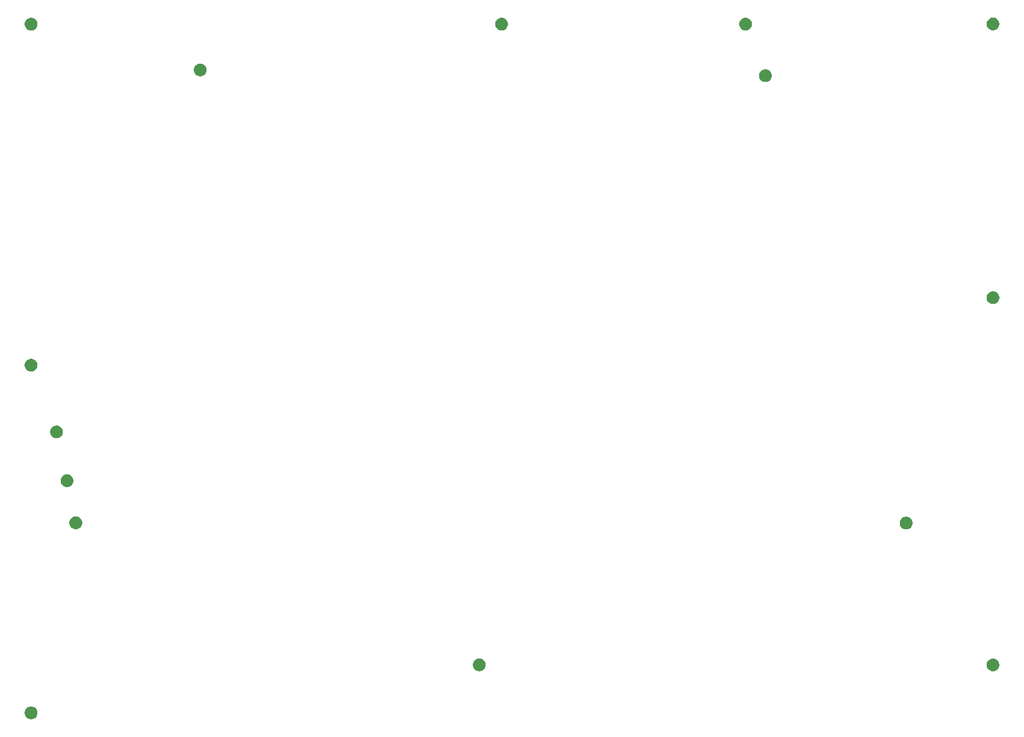
<source format=gts>
G04 #@! TF.GenerationSoftware,KiCad,Pcbnew,(5.1.5-0-10_14)*
G04 #@! TF.CreationDate,2020-05-14T05:20:06+09:00*
G04 #@! TF.ProjectId,R-top-v2,522d746f-702d-4763-922e-6b696361645f,rev?*
G04 #@! TF.SameCoordinates,Original*
G04 #@! TF.FileFunction,Soldermask,Top*
G04 #@! TF.FilePolarity,Negative*
%FSLAX46Y46*%
G04 Gerber Fmt 4.6, Leading zero omitted, Abs format (unit mm)*
G04 Created by KiCad (PCBNEW (5.1.5-0-10_14)) date 2020-05-14 05:20:06*
%MOMM*%
%LPD*%
G04 APERTURE LIST*
%ADD10C,0.100000*%
G04 APERTURE END LIST*
D10*
G36*
X64294794Y-155410155D02*
G01*
X64401150Y-155431311D01*
X64501334Y-155472809D01*
X64601520Y-155514307D01*
X64781844Y-155634795D01*
X64935205Y-155788156D01*
X65055693Y-155968480D01*
X65138689Y-156168851D01*
X65181000Y-156381560D01*
X65181000Y-156598440D01*
X65138689Y-156811149D01*
X65055693Y-157011520D01*
X64935205Y-157191844D01*
X64781844Y-157345205D01*
X64601520Y-157465693D01*
X64401150Y-157548689D01*
X64294795Y-157569844D01*
X64188440Y-157591000D01*
X63971560Y-157591000D01*
X63865205Y-157569844D01*
X63758850Y-157548689D01*
X63558480Y-157465693D01*
X63378156Y-157345205D01*
X63224795Y-157191844D01*
X63104307Y-157011520D01*
X63021311Y-156811149D01*
X62979000Y-156598440D01*
X62979000Y-156381560D01*
X63021311Y-156168851D01*
X63104307Y-155968480D01*
X63224795Y-155788156D01*
X63378156Y-155634795D01*
X63558480Y-155514307D01*
X63658666Y-155472809D01*
X63758850Y-155431311D01*
X63865206Y-155410155D01*
X63971560Y-155389000D01*
X64188440Y-155389000D01*
X64294794Y-155410155D01*
G37*
G36*
X230364794Y-147130155D02*
G01*
X230471150Y-147151311D01*
X230571334Y-147192809D01*
X230671520Y-147234307D01*
X230851844Y-147354795D01*
X231005205Y-147508156D01*
X231125693Y-147688480D01*
X231125693Y-147688481D01*
X231204547Y-147878850D01*
X231208689Y-147888851D01*
X231251000Y-148101560D01*
X231251000Y-148318440D01*
X231208689Y-148531149D01*
X231125693Y-148731520D01*
X231005205Y-148911844D01*
X230851844Y-149065205D01*
X230671520Y-149185693D01*
X230471150Y-149268689D01*
X230364795Y-149289844D01*
X230258440Y-149311000D01*
X230041560Y-149311000D01*
X229935205Y-149289844D01*
X229828850Y-149268689D01*
X229628480Y-149185693D01*
X229448156Y-149065205D01*
X229294795Y-148911844D01*
X229174307Y-148731520D01*
X229091311Y-148531149D01*
X229049000Y-148318440D01*
X229049000Y-148101560D01*
X229091311Y-147888851D01*
X229095454Y-147878850D01*
X229174307Y-147688481D01*
X229174307Y-147688480D01*
X229294795Y-147508156D01*
X229448156Y-147354795D01*
X229628480Y-147234307D01*
X229728666Y-147192809D01*
X229828850Y-147151311D01*
X229935206Y-147130155D01*
X230041560Y-147109000D01*
X230258440Y-147109000D01*
X230364794Y-147130155D01*
G37*
G36*
X141664794Y-147120155D02*
G01*
X141771150Y-147141311D01*
X141971520Y-147224307D01*
X142151844Y-147344795D01*
X142305205Y-147498156D01*
X142425693Y-147678480D01*
X142508689Y-147878850D01*
X142551000Y-148091561D01*
X142551000Y-148308439D01*
X142508689Y-148521150D01*
X142425693Y-148721520D01*
X142305205Y-148901844D01*
X142151844Y-149055205D01*
X141971520Y-149175693D01*
X141871334Y-149217191D01*
X141771150Y-149258689D01*
X141664795Y-149279844D01*
X141558440Y-149301000D01*
X141341560Y-149301000D01*
X141235205Y-149279844D01*
X141128850Y-149258689D01*
X141028666Y-149217191D01*
X140928480Y-149175693D01*
X140748156Y-149055205D01*
X140594795Y-148901844D01*
X140474307Y-148721520D01*
X140432809Y-148621334D01*
X140391311Y-148521150D01*
X140349000Y-148308439D01*
X140349000Y-148091561D01*
X140391311Y-147878850D01*
X140474307Y-147678480D01*
X140594795Y-147498156D01*
X140748156Y-147344795D01*
X140928480Y-147224307D01*
X141128850Y-147141311D01*
X141235206Y-147120155D01*
X141341560Y-147099000D01*
X141558440Y-147099000D01*
X141664794Y-147120155D01*
G37*
G36*
X215354795Y-122630156D02*
G01*
X215461150Y-122651311D01*
X215540809Y-122684307D01*
X215661520Y-122734307D01*
X215841844Y-122854795D01*
X215995205Y-123008156D01*
X216115693Y-123188480D01*
X216115693Y-123188481D01*
X216177979Y-123338851D01*
X216198689Y-123388851D01*
X216241000Y-123601560D01*
X216241000Y-123818440D01*
X216198689Y-124031149D01*
X216115693Y-124231520D01*
X215995205Y-124411844D01*
X215841844Y-124565205D01*
X215661520Y-124685693D01*
X215581860Y-124718689D01*
X215461150Y-124768689D01*
X215354794Y-124789845D01*
X215248440Y-124811000D01*
X215031560Y-124811000D01*
X214925206Y-124789845D01*
X214818850Y-124768689D01*
X214698140Y-124718689D01*
X214618480Y-124685693D01*
X214438156Y-124565205D01*
X214284795Y-124411844D01*
X214164307Y-124231520D01*
X214081311Y-124031149D01*
X214039000Y-123818440D01*
X214039000Y-123601560D01*
X214081311Y-123388851D01*
X214102022Y-123338851D01*
X214164307Y-123188481D01*
X214164307Y-123188480D01*
X214284795Y-123008156D01*
X214438156Y-122854795D01*
X214618480Y-122734307D01*
X214739191Y-122684307D01*
X214818850Y-122651311D01*
X214925205Y-122630156D01*
X215031560Y-122609000D01*
X215248440Y-122609000D01*
X215354795Y-122630156D01*
G37*
G36*
X72004794Y-122580155D02*
G01*
X72111150Y-122601311D01*
X72311520Y-122684307D01*
X72491844Y-122804795D01*
X72645205Y-122958156D01*
X72765693Y-123138480D01*
X72786404Y-123188481D01*
X72848689Y-123338850D01*
X72891000Y-123551561D01*
X72891000Y-123768439D01*
X72848689Y-123981150D01*
X72827978Y-124031150D01*
X72765693Y-124181520D01*
X72645205Y-124361844D01*
X72491844Y-124515205D01*
X72311520Y-124635693D01*
X72211334Y-124677191D01*
X72111150Y-124718689D01*
X72004795Y-124739844D01*
X71898440Y-124761000D01*
X71681560Y-124761000D01*
X71575205Y-124739844D01*
X71468850Y-124718689D01*
X71368666Y-124677191D01*
X71268480Y-124635693D01*
X71088156Y-124515205D01*
X70934795Y-124361844D01*
X70814307Y-124181520D01*
X70752022Y-124031150D01*
X70731311Y-123981150D01*
X70689000Y-123768439D01*
X70689000Y-123551561D01*
X70731311Y-123338850D01*
X70793596Y-123188481D01*
X70814307Y-123138480D01*
X70934795Y-122958156D01*
X71088156Y-122804795D01*
X71268480Y-122684307D01*
X71468850Y-122601311D01*
X71575206Y-122580155D01*
X71681560Y-122559000D01*
X71898440Y-122559000D01*
X72004794Y-122580155D01*
G37*
G36*
X70494795Y-115310156D02*
G01*
X70601150Y-115331311D01*
X70801520Y-115414307D01*
X70981844Y-115534795D01*
X71135205Y-115688156D01*
X71255693Y-115868480D01*
X71338689Y-116068851D01*
X71381000Y-116281560D01*
X71381000Y-116498440D01*
X71338689Y-116711149D01*
X71255693Y-116911520D01*
X71135205Y-117091844D01*
X70981844Y-117245205D01*
X70801520Y-117365693D01*
X70701334Y-117407191D01*
X70601150Y-117448689D01*
X70494794Y-117469845D01*
X70388440Y-117491000D01*
X70171560Y-117491000D01*
X70065206Y-117469845D01*
X69958850Y-117448689D01*
X69858666Y-117407191D01*
X69758480Y-117365693D01*
X69578156Y-117245205D01*
X69424795Y-117091844D01*
X69304307Y-116911520D01*
X69221311Y-116711149D01*
X69179000Y-116498440D01*
X69179000Y-116281560D01*
X69221311Y-116068851D01*
X69304307Y-115868480D01*
X69424795Y-115688156D01*
X69578156Y-115534795D01*
X69758480Y-115414307D01*
X69958850Y-115331311D01*
X70065205Y-115310156D01*
X70171560Y-115289000D01*
X70388440Y-115289000D01*
X70494795Y-115310156D01*
G37*
G36*
X68664795Y-106880156D02*
G01*
X68771150Y-106901311D01*
X68871334Y-106942809D01*
X68971520Y-106984307D01*
X69151844Y-107104795D01*
X69305205Y-107258156D01*
X69425693Y-107438480D01*
X69508689Y-107638851D01*
X69551000Y-107851560D01*
X69551000Y-108068440D01*
X69508689Y-108281149D01*
X69425693Y-108481520D01*
X69305205Y-108661844D01*
X69151844Y-108815205D01*
X68971520Y-108935693D01*
X68771150Y-109018689D01*
X68664795Y-109039844D01*
X68558440Y-109061000D01*
X68341560Y-109061000D01*
X68235205Y-109039844D01*
X68128850Y-109018689D01*
X67928480Y-108935693D01*
X67748156Y-108815205D01*
X67594795Y-108661844D01*
X67474307Y-108481520D01*
X67391311Y-108281149D01*
X67349000Y-108068440D01*
X67349000Y-107851560D01*
X67391311Y-107638851D01*
X67474307Y-107438480D01*
X67594795Y-107258156D01*
X67748156Y-107104795D01*
X67928480Y-106984307D01*
X68028666Y-106942809D01*
X68128850Y-106901311D01*
X68235205Y-106880156D01*
X68341560Y-106859000D01*
X68558440Y-106859000D01*
X68664795Y-106880156D01*
G37*
G36*
X64284794Y-95350155D02*
G01*
X64391150Y-95371311D01*
X64591520Y-95454307D01*
X64771844Y-95574795D01*
X64925205Y-95728156D01*
X65045693Y-95908480D01*
X65128689Y-96108851D01*
X65171000Y-96321560D01*
X65171000Y-96538440D01*
X65128689Y-96751149D01*
X65045693Y-96951520D01*
X64925205Y-97131844D01*
X64771844Y-97285205D01*
X64591520Y-97405693D01*
X64491334Y-97447191D01*
X64391150Y-97488689D01*
X64284795Y-97509844D01*
X64178440Y-97531000D01*
X63961560Y-97531000D01*
X63855205Y-97509844D01*
X63748850Y-97488689D01*
X63648666Y-97447191D01*
X63548480Y-97405693D01*
X63368156Y-97285205D01*
X63214795Y-97131844D01*
X63094307Y-96951520D01*
X63011311Y-96751149D01*
X62969000Y-96538440D01*
X62969000Y-96321560D01*
X63011311Y-96108851D01*
X63094307Y-95908480D01*
X63214795Y-95728156D01*
X63368156Y-95574795D01*
X63548480Y-95454307D01*
X63748850Y-95371311D01*
X63855206Y-95350155D01*
X63961560Y-95329000D01*
X64178440Y-95329000D01*
X64284794Y-95350155D01*
G37*
G36*
X230364795Y-83680156D02*
G01*
X230471150Y-83701311D01*
X230671520Y-83784307D01*
X230851844Y-83904795D01*
X231005205Y-84058156D01*
X231125693Y-84238480D01*
X231208689Y-84438851D01*
X231251000Y-84651560D01*
X231251000Y-84868440D01*
X231208689Y-85081149D01*
X231125693Y-85281520D01*
X231005205Y-85461844D01*
X230851844Y-85615205D01*
X230671520Y-85735693D01*
X230571334Y-85777191D01*
X230471150Y-85818689D01*
X230364794Y-85839845D01*
X230258440Y-85861000D01*
X230041560Y-85861000D01*
X229935206Y-85839845D01*
X229828850Y-85818689D01*
X229728666Y-85777191D01*
X229628480Y-85735693D01*
X229448156Y-85615205D01*
X229294795Y-85461844D01*
X229174307Y-85281520D01*
X229091311Y-85081149D01*
X229049000Y-84868440D01*
X229049000Y-84651560D01*
X229091311Y-84438851D01*
X229174307Y-84238480D01*
X229294795Y-84058156D01*
X229448156Y-83904795D01*
X229628480Y-83784307D01*
X229828850Y-83701311D01*
X229935205Y-83680156D01*
X230041560Y-83659000D01*
X230258440Y-83659000D01*
X230364795Y-83680156D01*
G37*
G36*
X191064795Y-45330156D02*
G01*
X191171150Y-45351311D01*
X191371520Y-45434307D01*
X191551844Y-45554795D01*
X191705205Y-45708156D01*
X191825693Y-45888480D01*
X191908689Y-46088851D01*
X191951000Y-46301560D01*
X191951000Y-46518440D01*
X191908689Y-46731149D01*
X191825693Y-46931520D01*
X191705205Y-47111844D01*
X191551844Y-47265205D01*
X191371520Y-47385693D01*
X191171150Y-47468689D01*
X191064795Y-47489844D01*
X190958440Y-47511000D01*
X190741560Y-47511000D01*
X190635206Y-47489845D01*
X190528850Y-47468689D01*
X190328480Y-47385693D01*
X190148156Y-47265205D01*
X189994795Y-47111844D01*
X189874307Y-46931520D01*
X189791311Y-46731149D01*
X189749000Y-46518440D01*
X189749000Y-46301560D01*
X189791311Y-46088851D01*
X189874307Y-45888480D01*
X189994795Y-45708156D01*
X190148156Y-45554795D01*
X190328480Y-45434307D01*
X190428666Y-45392809D01*
X190528850Y-45351311D01*
X190635206Y-45330155D01*
X190741560Y-45309000D01*
X190958440Y-45309000D01*
X191064795Y-45330156D01*
G37*
G36*
X93494795Y-44330156D02*
G01*
X93601150Y-44351311D01*
X93701334Y-44392809D01*
X93801520Y-44434307D01*
X93981844Y-44554795D01*
X94135205Y-44708156D01*
X94255693Y-44888480D01*
X94338689Y-45088851D01*
X94381000Y-45301560D01*
X94381000Y-45518440D01*
X94338689Y-45731149D01*
X94255693Y-45931520D01*
X94135205Y-46111844D01*
X93981844Y-46265205D01*
X93801520Y-46385693D01*
X93601150Y-46468689D01*
X93494794Y-46489845D01*
X93388440Y-46511000D01*
X93171560Y-46511000D01*
X93065205Y-46489844D01*
X92958850Y-46468689D01*
X92758480Y-46385693D01*
X92578156Y-46265205D01*
X92424795Y-46111844D01*
X92304307Y-45931520D01*
X92221311Y-45731149D01*
X92179000Y-45518440D01*
X92179000Y-45301560D01*
X92221311Y-45088851D01*
X92304307Y-44888480D01*
X92424795Y-44708156D01*
X92578156Y-44554795D01*
X92758480Y-44434307D01*
X92858666Y-44392809D01*
X92958850Y-44351311D01*
X93065205Y-44330156D01*
X93171560Y-44309000D01*
X93388440Y-44309000D01*
X93494795Y-44330156D01*
G37*
G36*
X187634794Y-36410155D02*
G01*
X187741150Y-36431311D01*
X187841334Y-36472809D01*
X187941520Y-36514307D01*
X188121844Y-36634795D01*
X188275205Y-36788156D01*
X188395693Y-36968480D01*
X188395693Y-36968481D01*
X188474547Y-37158850D01*
X188478689Y-37168851D01*
X188521000Y-37381560D01*
X188521000Y-37598440D01*
X188478689Y-37811149D01*
X188395693Y-38011520D01*
X188275205Y-38191844D01*
X188121844Y-38345205D01*
X187941520Y-38465693D01*
X187741150Y-38548689D01*
X187634795Y-38569844D01*
X187528440Y-38591000D01*
X187311560Y-38591000D01*
X187205205Y-38569844D01*
X187098850Y-38548689D01*
X186898480Y-38465693D01*
X186718156Y-38345205D01*
X186564795Y-38191844D01*
X186444307Y-38011520D01*
X186361311Y-37811149D01*
X186319000Y-37598440D01*
X186319000Y-37381560D01*
X186361311Y-37168851D01*
X186365454Y-37158850D01*
X186444307Y-36968481D01*
X186444307Y-36968480D01*
X186564795Y-36788156D01*
X186718156Y-36634795D01*
X186898480Y-36514307D01*
X187098850Y-36431311D01*
X187205206Y-36410155D01*
X187311560Y-36389000D01*
X187528440Y-36389000D01*
X187634794Y-36410155D01*
G37*
G36*
X145514794Y-36410155D02*
G01*
X145621150Y-36431311D01*
X145721334Y-36472809D01*
X145821520Y-36514307D01*
X146001844Y-36634795D01*
X146155205Y-36788156D01*
X146275693Y-36968480D01*
X146275693Y-36968481D01*
X146354547Y-37158850D01*
X146358689Y-37168851D01*
X146401000Y-37381560D01*
X146401000Y-37598440D01*
X146358689Y-37811149D01*
X146275693Y-38011520D01*
X146155205Y-38191844D01*
X146001844Y-38345205D01*
X145821520Y-38465693D01*
X145621150Y-38548689D01*
X145514795Y-38569844D01*
X145408440Y-38591000D01*
X145191560Y-38591000D01*
X145085205Y-38569844D01*
X144978850Y-38548689D01*
X144778480Y-38465693D01*
X144598156Y-38345205D01*
X144444795Y-38191844D01*
X144324307Y-38011520D01*
X144241311Y-37811149D01*
X144199000Y-37598440D01*
X144199000Y-37381560D01*
X144241311Y-37168851D01*
X144245454Y-37158850D01*
X144324307Y-36968481D01*
X144324307Y-36968480D01*
X144444795Y-36788156D01*
X144598156Y-36634795D01*
X144778480Y-36514307D01*
X144978850Y-36431311D01*
X145085206Y-36410155D01*
X145191560Y-36389000D01*
X145408440Y-36389000D01*
X145514794Y-36410155D01*
G37*
G36*
X64294794Y-36410155D02*
G01*
X64401150Y-36431311D01*
X64501334Y-36472809D01*
X64601520Y-36514307D01*
X64781844Y-36634795D01*
X64935205Y-36788156D01*
X65055693Y-36968480D01*
X65055693Y-36968481D01*
X65134547Y-37158850D01*
X65138689Y-37168851D01*
X65181000Y-37381560D01*
X65181000Y-37598440D01*
X65138689Y-37811149D01*
X65055693Y-38011520D01*
X64935205Y-38191844D01*
X64781844Y-38345205D01*
X64601520Y-38465693D01*
X64401150Y-38548689D01*
X64294795Y-38569844D01*
X64188440Y-38591000D01*
X63971560Y-38591000D01*
X63865205Y-38569844D01*
X63758850Y-38548689D01*
X63558480Y-38465693D01*
X63378156Y-38345205D01*
X63224795Y-38191844D01*
X63104307Y-38011520D01*
X63021311Y-37811149D01*
X62979000Y-37598440D01*
X62979000Y-37381560D01*
X63021311Y-37168851D01*
X63025454Y-37158850D01*
X63104307Y-36968481D01*
X63104307Y-36968480D01*
X63224795Y-36788156D01*
X63378156Y-36634795D01*
X63558480Y-36514307D01*
X63758850Y-36431311D01*
X63865206Y-36410155D01*
X63971560Y-36389000D01*
X64188440Y-36389000D01*
X64294794Y-36410155D01*
G37*
G36*
X230364795Y-36400156D02*
G01*
X230471150Y-36421311D01*
X230671520Y-36504307D01*
X230851844Y-36624795D01*
X231005205Y-36778156D01*
X231125693Y-36958480D01*
X231208689Y-37158850D01*
X231251000Y-37371561D01*
X231251000Y-37588439D01*
X231208689Y-37801150D01*
X231125693Y-38001520D01*
X231005205Y-38181844D01*
X230851844Y-38335205D01*
X230671520Y-38455693D01*
X230571334Y-38497191D01*
X230471150Y-38538689D01*
X230364795Y-38559844D01*
X230258440Y-38581000D01*
X230041560Y-38581000D01*
X229935205Y-38559844D01*
X229828850Y-38538689D01*
X229728666Y-38497191D01*
X229628480Y-38455693D01*
X229448156Y-38335205D01*
X229294795Y-38181844D01*
X229174307Y-38001520D01*
X229091311Y-37801150D01*
X229049000Y-37588439D01*
X229049000Y-37371561D01*
X229091311Y-37158850D01*
X229174307Y-36958480D01*
X229294795Y-36778156D01*
X229448156Y-36624795D01*
X229628480Y-36504307D01*
X229828850Y-36421311D01*
X229935206Y-36400155D01*
X230041560Y-36379000D01*
X230258440Y-36379000D01*
X230364795Y-36400156D01*
G37*
M02*

</source>
